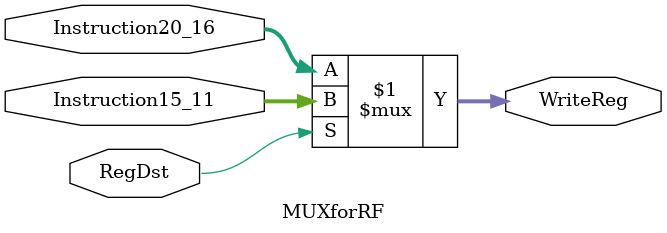
<source format=v>
`timescale 1ns / 1ps
module MUXforRF(Instruction20_16,Instruction15_11,RegDst ,WriteReg);
input [20:16] Instruction20_16;
input [15:11] Instruction15_11;
input RegDst;
output [4:0] WriteReg;
assign WriteReg = RegDst?Instruction15_11:Instruction20_16;
//	always @ (RegDst, Instruction20_16, Instruction15_11) begin
//		case(RegDst) 
//			1'b0 : WriteReg <= Instruction20_16;
//			1'b1 : WriteReg <= Instruction15_11;
//		endcase
//	end
endmodule

</source>
